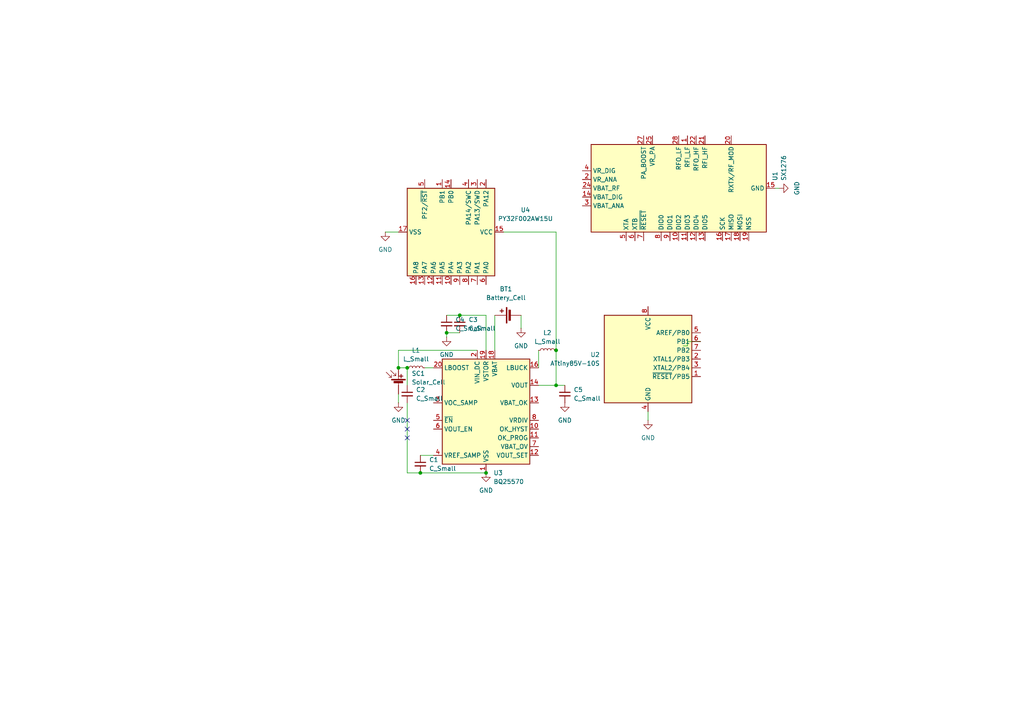
<source format=kicad_sch>
(kicad_sch (version 20250114) (generator "eeschema") (generator_version "9.0")
  (paper "A4")
  (lib_symbols
    (symbol "Battery_Management:BQ25570"
      (property "Reference" "U" (at -12.7 16.51 0))
      (property "Value" "BQ25570" (at 10.16 16.51 0))
      (symbol "BQ25570_0_1"
        (rectangle (start -12.7 15.24) (end 12.7 -15.24) (stroke (width 0.254)) (fill (type background)))
      )
      (symbol "BQ25570_1_1"
        (pin passive line (at -15.24 12.7 0) (length 2.54) (name "LBOOST") (number "20"))
        (pin input line (at -15.24 2.54 0) (length 2.54) (name "VOC_SAMP") (number "3"))
        (pin input line (at -15.24 -2.54 0) (length 2.54) (name "~{EN}") (number "5"))
        (pin input line (at -15.24 -5.08 0) (length 2.54) (name "VOUT_EN") (number "6"))
        (pin passive line (at -15.24 -12.7 0) (length 2.54) (name "VREF_SAMP") (number "4"))
        (pin power_in line (at -2.54 17.78 270) (length 2.54) (name "VIN_DC") (number "2"))
        (pin power_out line (at 0 17.78 270) (length 2.54) (name "VSTOR") (number "19"))
        (pin power_in line (at 0 -17.78 90) (length 2.54) (name "VSS") (number "1"))
        (pin passive line (at 0 -17.78 90) (length 2.54) (hide yes) (name "VSS") (number "15"))
        (pin passive line (at 0 -17.78 90) (length 2.54) (hide yes) (name "VSS") (number "17"))
        (pin passive line (at 0 -17.78 90) (length 2.54) (hide yes) (name "VSS") (number "21"))
        (pin passive line (at 0 -17.78 90) (length 2.54) (hide yes) (name "VSS") (number "9"))
        (pin power_in line (at 2.54 17.78 270) (length 2.54) (name "VBAT") (number "18"))
        (pin passive line (at 15.24 12.7 180) (length 2.54) (name "LBUCK") (number "16"))
        (pin input line (at 15.24 7.62 180) (length 2.54) (name "VOUT") (number "14"))
        (pin output line (at 15.24 2.54 180) (length 2.54) (name "VBAT_OK") (number "13"))
        (pin output line (at 15.24 -2.54 180) (length 2.54) (name "VRDIV") (number "8"))
        (pin input line (at 15.24 -5.08 180) (length 2.54) (name "OK_HYST") (number "10"))
        (pin input line (at 15.24 -7.62 180) (length 2.54) (name "OK_PROG") (number "11"))
        (pin input line (at 15.24 -10.16 180) (length 2.54) (name "VBAT_OV") (number "7"))
        (pin input line (at 15.24 -12.7 180) (length 2.54) (name "VOUT_SET") (number "12"))
      )
    )
    (symbol "Device:Battery_Cell" (pin_numbers (hide yes)) (pin_names (offset 0) (hide yes))
      (property "Reference" "BT" (at 2.54 2.54 0))
      (property "Value" "Battery_Cell" (at 2.54 0 0))
      (symbol "Battery_Cell_0_1"
        (rectangle (start -2.286 1.778) (end 2.286 1.524) (fill (type outline)))
        (rectangle (start -1.524 1.016) (end 1.524 0.508) (fill (type outline)))
        (polyline (pts (xy 0 1.778) (xy 0 2.54)))
        (polyline (pts (xy 0 0.762) (xy 0 0)))
        (polyline (pts (xy 0.762 3.048) (xy 1.778 3.048)) (stroke (width 0.254)))
        (polyline (pts (xy 1.27 3.556) (xy 1.27 2.54)) (stroke (width 0.254)))
      )
      (symbol "Battery_Cell_1_1"
        (pin passive line (at 0 5.08 270) (length 2.54) (name "+") (number "1"))
        (pin passive line (at 0 -2.54 90) (length 2.54) (name "-") (number "2"))
      )
    )
    (symbol "Device:C_Small" (pin_numbers (hide yes)) (pin_names (offset 0.254) (hide yes))
      (property "Reference" "C" (at 0.254 1.778 0))
      (property "Value" "C_Small" (at 0.254 -2.032 0))
      (symbol "C_Small_0_1"
        (polyline (pts (xy -1.524 0.508) (xy 1.524 0.508)) (stroke (width 0.3048)))
        (polyline (pts (xy -1.524 -0.508) (xy 1.524 -0.508)) (stroke (width 0.3302)))
      )
      (symbol "C_Small_1_1"
        (pin passive line (at 0 2.54 270) (length 2.032) (name "~") (number "1"))
        (pin passive line (at 0 -2.54 90) (length 2.032) (name "~") (number "2"))
      )
    )
    (symbol "Device:L_Small" (pin_numbers (hide yes)) (pin_names (offset 0.254) (hide yes))
      (property "Reference" "L" (at 0.762 1.016 0))
      (property "Value" "L_Small" (at 0.762 -1.016 0))
      (symbol "L_Small_0_1"
        (arc (start 0 2.032) (mid 0.5058 1.524) (end 0 1.016))
        (arc (start 0 1.016) (mid 0.5058 0.508) (end 0 0))
        (arc (start 0 0) (mid 0.5058 -0.508) (end 0 -1.016))
        (arc (start 0 -1.016) (mid 0.5058 -1.524) (end 0 -2.032))
      )
      (symbol "L_Small_1_1"
        (pin passive line (at 0 2.54 270) (length 0.508) (name "~") (number "1"))
        (pin passive line (at 0 -2.54 90) (length 0.508) (name "~") (number "2"))
      )
    )
    (symbol "Device:Solar_Cell" (pin_numbers (hide yes)) (pin_names (offset 0) (hide yes))
      (property "Reference" "SC" (at 2.54 2.54 0))
      (property "Value" "Solar_Cell" (at 2.54 0 0))
      (symbol "Solar_Cell_0_1"
        (polyline (pts (xy -2.032 3.048) (xy -2.032 2.286) (xy -2.794 2.286)))
        (polyline (pts (xy -2.032 2.286) (xy -3.556 3.81)))
        (rectangle (start -2.032 1.778) (end 2.032 1.524) (fill (type outline)))
        (rectangle (start -1.3208 1.1938) (end 1.27 0.6858) (fill (type outline)))
        (polyline (pts (xy -0.762 3.556) (xy -0.762 2.794) (xy -1.524 2.794)))
        (polyline (pts (xy -0.762 2.794) (xy -2.286 4.318)))
        (polyline (pts (xy 0 1.778) (xy 0 2.54)))
        (polyline (pts (xy 0 0.762) (xy 0 0)))
        (polyline (pts (xy 0.254 2.667) (xy 1.27 2.667)) (stroke (width 0.254)))
        (polyline (pts (xy 0.762 3.175) (xy 0.762 2.159)) (stroke (width 0.254)))
      )
      (symbol "Solar_Cell_1_1"
        (pin passive line (at 0 5.08 270) (length 2.54) (name "+") (number "1"))
        (pin passive line (at 0 -2.54 90) (length 2.54) (name "-") (number "2"))
      )
    )
    (symbol "MCU_Microchip_ATtiny:ATtiny85V-10S"
      (property "Reference" "U" (at -12.7 13.97 0))
      (property "Value" "ATtiny85V-10S" (at 2.54 -13.97 0))
      (symbol "ATtiny85V-10S_0_1"
        (rectangle (start -12.7 -12.7) (end 12.7 12.7) (stroke (width 0.254)) (fill (type background)))
      )
      (symbol "ATtiny85V-10S_1_1"
        (pin power_in line (at 0 15.24 270) (length 2.54) (name "VCC") (number "8"))
        (pin power_in line (at 0 -15.24 90) (length 2.54) (name "GND") (number "4"))
        (pin bidirectional line (at 15.24 7.62 180) (length 2.54) (name "AREF/PB0") (number "5"))
        (pin bidirectional line (at 15.24 5.08 180) (length 2.54) (name "PB1") (number "6"))
        (pin bidirectional line (at 15.24 2.54 180) (length 2.54) (name "PB2") (number "7"))
        (pin bidirectional line (at 15.24 0 180) (length 2.54) (name "XTAL1/PB3") (number "2"))
        (pin bidirectional line (at 15.24 -2.54 180) (length 2.54) (name "XTAL2/PB4") (number "3"))
        (pin bidirectional line (at 15.24 -5.08 180) (length 2.54) (name "~{RESET}/PB5") (number "1"))
      )
    )
    (symbol "MCU_Puya:PY32F002AW15U"
      (property "Reference" "U" (at -11.684 13.97 0))
      (property "Value" "PY32F002AW15U" (at 12.446 13.97 0))
      (symbol "PY32F002AW15U_1_1"
        (rectangle (start -12.7 12.7) (end 12.7 -12.7) (stroke (width 0.254)) (fill (type background)))
        (pin bidirectional line (at -15.24 10.16 0) (length 2.54) (name "PA12") (number "2"))
        (pin bidirectional line (at -15.24 7.62 0) (length 2.54) (name "PA13/SWD") (number "3"))
        (pin bidirectional line (at -15.24 5.08 0) (length 2.54) (name "PA14/SWC") (number "4"))
        (pin bidirectional line (at -15.24 0 0) (length 2.54) (name "PB0") (number "14"))
        (pin bidirectional line (at -15.24 -2.54 0) (length 2.54) (name "PB1") (number "1"))
        (pin bidirectional line (at -15.24 -7.62 0) (length 2.54) (name "PF2/~{RST}") (number "5"))
        (pin power_in line (at 0 15.24 270) (length 2.54) (name "VCC") (number "15"))
        (pin power_in line (at 0 -15.24 90) (length 2.54) (name "VSS") (number "17"))
        (pin bidirectional line (at 15.24 10.16 180) (length 2.54) (name "PA0") (number "6"))
        (pin bidirectional line (at 15.24 7.62 180) (length 2.54) (name "PA1") (number "7"))
        (pin bidirectional line (at 15.24 5.08 180) (length 2.54) (name "PA2") (number "8"))
        (pin bidirectional line (at 15.24 2.54 180) (length 2.54) (name "PA3") (number "9"))
        (pin bidirectional line (at 15.24 0 180) (length 2.54) (name "PA4") (number "10"))
        (pin bidirectional line (at 15.24 -2.54 180) (length 2.54) (name "PA5") (number "11"))
        (pin bidirectional line (at 15.24 -5.08 180) (length 2.54) (name "PA6") (number "12"))
        (pin bidirectional line (at 15.24 -7.62 180) (length 2.54) (name "PA7") (number "13"))
        (pin bidirectional line (at 15.24 -10.16 180) (length 2.54) (name "PA8") (number "16"))
      )
    )
    (symbol "RF:SX1276"
      (property "Reference" "U" (at 13.97 24.13 0))
      (property "Value" "SX1276" (at 13.97 21.59 0))
      (symbol "SX1276_0_1"
        (rectangle (start -12.7 25.4) (end 12.7 -25.4) (stroke (width 0.254)) (fill (type background)))
      )
      (symbol "SX1276_1_1"
        (pin bidirectional line (at -15.24 15.24 0) (length 2.54) (name "XTA") (number "5"))
        (pin bidirectional line (at -15.24 12.7 0) (length 2.54) (name "XTB") (number "6"))
        (pin input line (at -15.24 10.16 0) (length 2.54) (name "~{RESET}") (number "7"))
        (pin bidirectional line (at -15.24 5.08 0) (length 2.54) (name "DIO0") (number "8"))
        (pin bidirectional line (at -15.24 2.54 0) (length 2.54) (name "DIO1") (number "9"))
        (pin bidirectional line (at -15.24 0 0) (length 2.54) (name "DIO2") (number "10"))
        (pin bidirectional line (at -15.24 -2.54 0) (length 2.54) (name "DIO3") (number "11"))
        (pin bidirectional line (at -15.24 -5.08 0) (length 2.54) (name "DIO4") (number "12"))
        (pin bidirectional line (at -15.24 -7.62 0) (length 2.54) (name "DIO5") (number "13"))
        (pin input line (at -15.24 -12.7 0) (length 2.54) (name "SCK") (number "16"))
        (pin output line (at -15.24 -15.24 0) (length 2.54) (name "MISO") (number "17"))
        (pin input line (at -15.24 -17.78 0) (length 2.54) (name "MOSI") (number "18"))
        (pin input line (at -15.24 -20.32 0) (length 2.54) (name "NSS") (number "19"))
        (pin power_in line (at -5.08 27.94 270) (length 2.54) (name "VBAT_ANA") (number "3"))
        (pin power_in line (at -2.54 27.94 270) (length 2.54) (name "VBAT_DIG") (number "14"))
        (pin power_in line (at 0 27.94 270) (length 2.54) (name "VBAT_RF") (number "24"))
        (pin power_in line (at 0 -27.94 90) (length 2.54) (name "GND") (number "15"))
        (pin passive line (at 0 -27.94 90) (length 2.54) (hide yes) (name "GND") (number "23"))
        (pin passive line (at 0 -27.94 90) (length 2.54) (hide yes) (name "GND") (number "26"))
        (pin passive line (at 0 -27.94 90) (length 2.54) (hide yes) (name "GND") (number "29"))
        (pin power_in line (at 2.54 27.94 270) (length 2.54) (name "VR_ANA") (number "2"))
        (pin power_in line (at 5.08 27.94 270) (length 2.54) (name "VR_DIG") (number "4"))
        (pin power_out line (at 15.24 10.16 180) (length 2.54) (name "PA_BOOST") (number "27"))
        (pin power_out line (at 15.24 7.62 180) (length 2.54) (name "VR_PA") (number "25"))
        (pin output line (at 15.24 0 180) (length 2.54) (name "RFO_LF") (number "28"))
        (pin input line (at 15.24 -2.54 180) (length 2.54) (name "RFI_LF") (number "1"))
        (pin output line (at 15.24 -5.08 180) (length 2.54) (name "RFO_HF") (number "22"))
        (pin input line (at 15.24 -7.62 180) (length 2.54) (name "RFI_HF") (number "21"))
        (pin output line (at 15.24 -15.24 180) (length 2.54) (name "RXTX/RF_MOD") (number "20"))
      )
    )
    (symbol "power:GND" (power) (pin_numbers (hide yes)) (pin_names (offset 0) (hide yes))
      (property "Value" "GND" (at 0 -3.81 0))
      (symbol "GND_0_1"
        (polyline (pts (xy 0 0) (xy 0 -1.27) (xy 1.27 -1.27) (xy 0 -2.54) (xy -1.27 -1.27) (xy 0 -1.27)))
      )
      (symbol "GND_1_1"
        (pin power_in line (at 0 0 270) (length 0) (name "~") (number "1"))
      )
    )
  )
  (junction (at 115.57 106.68))
  (junction (at 129.54 96.52))
  (junction (at 121.92 137.16))
  (junction (at 161.29 101.6))
  (junction (at 118.11 106.68))
  (junction (at 133.35 91.44))
  (junction (at 161.29 111.76))
  (junction (at 140.97 137.16))
  (no_connect (at 118.11 121.92))
  (no_connect (at 118.11 127))
  (no_connect (at 118.11 124.46))
  (wire (pts (xy 199.39 99.06) (xy 203.2 99.06)))
  (wire (pts (xy 146.05 67.31) (xy 161.29 67.31)))
  (wire (pts (xy 129.54 96.52) (xy 133.35 96.52)))
  (wire (pts (xy 199.39 100.33) (xy 198.12 100.33)))
  (wire (pts (xy 111.76 67.31) (xy 115.57 67.31)))
  (wire (pts (xy 121.92 137.16) (xy 140.97 137.16)))
  (wire (pts (xy 115.57 106.68) (xy 115.57 101.6)))
  (wire (pts (xy 118.11 116.84) (xy 118.11 137.16)))
  (wire (pts (xy 115.57 106.68) (xy 118.11 106.68)))
  (wire (pts (xy 133.35 91.44) (xy 140.97 91.44)))
  (wire (pts (xy 199.39 99.06) (xy 199.39 100.33)))
  (wire (pts (xy 143.51 91.44) (xy 143.51 101.6)))
  (wire (pts (xy 118.11 106.68) (xy 118.11 111.76)))
  (wire (pts (xy 187.96 119.38) (xy 187.96 121.92)))
  (wire (pts (xy 156.21 111.76) (xy 161.29 111.76)))
  (wire (pts (xy 115.57 101.6) (xy 138.43 101.6)))
  (wire (pts (xy 161.29 67.31) (xy 161.29 101.6)))
  (wire (pts (xy 118.11 137.16) (xy 121.92 137.16)))
  (wire (pts (xy 129.54 96.52) (xy 129.54 97.79)))
  (wire (pts (xy 161.29 101.6) (xy 161.29 111.76)))
  (wire (pts (xy 121.92 132.08) (xy 125.73 132.08)))
  (wire (pts (xy 161.29 111.76) (xy 163.83 111.76)))
  (wire (pts (xy 224.79 54.61) (xy 226.06 54.61)))
  (wire (pts (xy 156.21 101.6) (xy 156.21 106.68)))
  (wire (pts (xy 151.13 91.44) (xy 151.13 95.25)))
  (wire (pts (xy 129.54 91.44) (xy 133.35 91.44)))
  (wire (pts (xy 140.97 91.44) (xy 140.97 101.6)))
  (wire (pts (xy 115.57 114.3) (xy 115.57 116.84)))
  (wire (pts (xy 123.19 106.68) (xy 125.73 106.68)))
  (symbol (lib_id "power:GND") (at 140.97 137.16 0) (unit 1)
    (property "Reference" "#PWR04" (effects (hide yes)))
    (property "Value" "GND" (at 140.97 142.24 0))
    (property "Description" "Power symbol creates a global label with name \"GND\" , ground" (effects (hide yes)))
  )
  (symbol (lib_id "MCU_Puya:PY32F002AW15U") (at 130.81 67.31 270) (unit 1)
    (property "Reference" "U4" (at 152.4 60.8898 90))
    (property "Value" "PY32F002AW15U" (at 152.4 63.4298 90))
    (property "Footprint" "Package_DFN_QFN:WQFN-16-1EP_3x3mm_P0.5mm_EP1.75x1.75mm" (effects (hide yes)))
    (property "Datasheet" "https://www.puyasemi.com/download_path/%E6%95%B0%E6%8D%AE%E6%89%8B%E5%86%8C/MCU%20%E5%BE%AE%E5%A4%84%E7%90%86%E5%99%A8/PY32F002A_Datasheet_V0.2.pdf" (effects (hide yes)))
    (property "Description" "32-bit ARM Cortex-M0+ Microcontroller, 20 KB Flash, 3 KB SRAM, 24 MHz, 1.7V - 5.5V, 15 GPIO, WQFN-16" (effects (hide yes)))
  )
  (symbol (lib_id "power:GND") (at 187.96 121.92 0) (unit 1)
    (property "Reference" "#PWR01" (effects (hide yes)))
    (property "Value" "GND" (at 187.96 127 0))
    (property "Description" "Power symbol creates a global label with name \"GND\" , ground" (effects (hide yes)))
  )
  (symbol (lib_id "Device:C_Small") (at 118.11 114.3 0) (unit 1)
    (property "Reference" "C2" (at 120.65 113.0362 0) (effects (justify left)))
    (property "Value" "C_Small" (at 120.65 115.5762 0) (effects (justify left)))
    (property "Description" "Unpolarized capacitor, small symbol" (effects (hide yes)))
  )
  (symbol (lib_id "MCU_Microchip_ATtiny:ATtiny85V-10S") (at 187.96 104.14 0) (unit 1)
    (property "Reference" "U2" (at 173.99 102.8699 0) (effects (justify right)))
    (property "Value" "ATtiny85V-10S" (at 173.99 105.4099 0) (effects (justify right)))
    (property "Footprint" "Package_SO:SOIC-8_5.3x5.3mm_P1.27mm" (effects (hide yes)))
    (property "Datasheet" "http://ww1.microchip.com/downloads/en/DeviceDoc/atmel-2586-avr-8-bit-microcontroller-attiny25-attiny45-attiny85_datasheet.pdf" (effects (hide yes)))
    (property "Description" "10MHz, 8kB Flash, 512B SRAM, 512B EEPROM, debugWIRE, SOIC-8" (effects (hide yes)))
  )
  (symbol (lib_id "power:GND") (at 129.54 97.79 0) (unit 1)
    (property "Reference" "#PWR05" (effects (hide yes)))
    (property "Value" "GND" (at 129.54 102.87 0))
    (property "Description" "Power symbol creates a global label with name \"GND\" , ground" (effects (hide yes)))
  )
  (symbol (lib_id "Device:C_Small") (at 121.92 134.62 0) (unit 1)
    (property "Reference" "C1" (at 124.46 133.3562 0) (effects (justify left)))
    (property "Value" "C_Small" (at 124.46 135.8962 0) (effects (justify left)))
    (property "Description" "Unpolarized capacitor, small symbol" (effects (hide yes)))
  )
  (symbol (lib_id "power:GND") (at 226.06 54.61 90) (unit 1)
    (property "Reference" "#PWR07" (effects (hide yes)))
    (property "Value" "GND" (at 231.14 54.61 0))
    (property "Description" "Power symbol creates a global label with name \"GND\" , ground" (effects (hide yes)))
  )
  (symbol (lib_id "Device:C_Small") (at 129.54 93.98 0) (unit 1)
    (property "Reference" "C4" (at 132.08 92.7162 0) (effects (justify left)))
    (property "Value" "C_Small" (at 132.08 95.2562 0) (effects (justify left)))
    (property "Description" "Unpolarized capacitor, small symbol" (effects (hide yes)))
  )
  (symbol (lib_id "Device:C_Small") (at 133.35 93.98 0) (unit 1)
    (property "Reference" "C3" (at 135.89 92.7162 0) (effects (justify left)))
    (property "Value" "C_Small" (at 135.89 95.2562 0) (effects (justify left)))
    (property "Description" "Unpolarized capacitor, small symbol" (effects (hide yes)))
  )
  (symbol (lib_id "Device:C_Small") (at 163.83 114.3 0) (unit 1)
    (property "Reference" "C5" (at 166.37 113.0362 0) (effects (justify left)))
    (property "Value" "C_Small" (at 166.37 115.5762 0) (effects (justify left)))
    (property "Description" "Unpolarized capacitor, small symbol" (effects (hide yes)))
  )
  (symbol (lib_id "power:GND") (at 115.57 116.84 0) (unit 1)
    (property "Reference" "#PWR03" (effects (hide yes)))
    (property "Value" "GND" (at 115.57 121.92 0))
    (property "Description" "Power symbol creates a global label with name \"GND\" , ground" (effects (hide yes)))
  )
  (symbol (lib_id "Device:Solar_Cell") (at 115.57 111.76 0) (unit 1)
    (property "Reference" "SC1" (at 119.38 108.3309 0) (effects (justify left)))
    (property "Value" "Solar_Cell" (at 119.38 110.8709 0) (effects (justify left)))
    (property "Description" "Single solar cell" (effects (hide yes)))
  )
  (symbol (lib_id "power:GND") (at 163.83 116.84 0) (unit 1)
    (property "Reference" "#PWR06" (effects (hide yes)))
    (property "Value" "GND" (at 163.83 121.92 0))
    (property "Description" "Power symbol creates a global label with name \"GND\" , ground" (effects (hide yes)))
  )
  (symbol (lib_id "power:GND") (at 111.76 67.31 0) (unit 1)
    (property "Reference" "#PWR08" (effects (hide yes)))
    (property "Value" "GND" (at 111.76 72.39 0))
    (property "Description" "Power symbol creates a global label with name \"GND\" , ground" (effects (hide yes)))
  )
  (symbol (lib_id "Device:Battery_Cell") (at 148.59 91.44 90) (unit 1)
    (property "Reference" "BT1" (at 146.7485 83.82 90))
    (property "Value" "Battery_Cell" (at 146.7485 86.36 90))
    (property "Description" "Single-cell battery" (effects (hide yes)))
  )
  (symbol (lib_id "Device:L_Small") (at 120.65 106.68 90) (unit 1)
    (property "Reference" "L1" (at 120.65 101.6 90))
    (property "Value" "L_Small" (at 120.65 104.14 90))
    (property "Description" "Inductor, small symbol" (effects (hide yes)))
  )
  (symbol (lib_id "Device:L_Small") (at 158.75 101.6 90) (unit 1)
    (property "Reference" "L2" (at 158.75 96.52 90))
    (property "Value" "L_Small" (at 158.75 99.06 90))
    (property "Description" "Inductor, small symbol" (effects (hide yes)))
  )
  (symbol (lib_id "Battery_Management:BQ25570") (at 140.97 119.38 0) (unit 1)
    (property "Reference" "U3" (at 143.1133 137.16 0) (effects (justify left)))
    (property "Value" "BQ25570" (at 143.1133 139.7 0) (effects (justify left)))
    (property "Footprint" "Package_DFN_QFN:QFN-20-1EP_3.5x3.5mm_P0.5mm_EP2x2mm" (effects (hide yes)))
    (property "Datasheet" "http://www.ti.com/lit/ds/symlink/bq25570.pdf" (effects (hide yes)))
    (property "Description" "Nano Power Boost Charger and Buck Converter for Energy Harvester Powered Applications, QFN-20" (effects (hide yes)))
  )
  (symbol (lib_id "RF:SX1276") (at 196.85 54.61 90) (unit 1)
    (property "Reference" "U1" (at 224.79 52.4667 0) (effects (justify left)))
    (property "Value" "SX1276" (at 227.33 52.4667 0) (effects (justify left)))
    (property "Footprint" "Package_DFN_QFN:QFN-28-1EP_6x6mm_P0.65mm_EP4.8x4.8mm" (effects (hide yes)))
    (property "Datasheet" "https://semtech.my.salesforce.com/sfc/p/#E0000000JelG/a/2R0000001Rbr/6EfVZUorrpoKFfvaF_Fkpgp5kzjiNyiAbqcpqh9qSjE" (effects (hide yes)))
    (property "Description" "137 MHz to 1020 MHz Low Power Long Range Transceiver, spreading factor from 6 to 12, LoRA, QFN-28" (effects (hide yes)))
  )
  (symbol (lib_id "power:GND") (at 151.13 95.25 0) (unit 1)
    (property "Reference" "#PWR02" (effects (hide yes)))
    (property "Value" "GND" (at 151.13 100.33 0))
    (property "Description" "Power symbol creates a global label with name \"GND\" , ground" (effects (hide yes)))
  )
)
</source>
